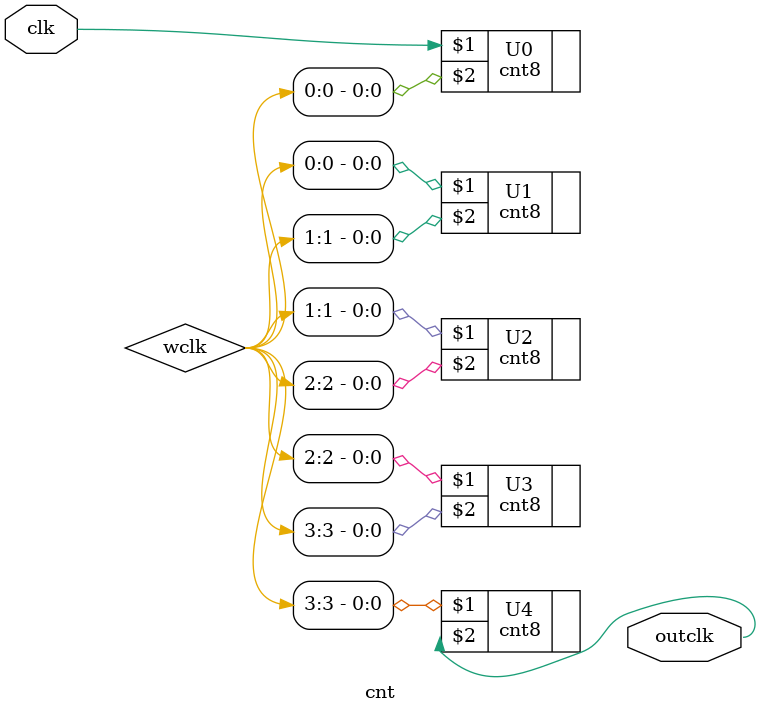
<source format=v>
module cnt (clk, outclk);

input clk;
output outclk;

wire [3:0] wclk;

cnt8 U0(clk, wclk[0]);
cnt8 U1(wclk[0], wclk[1]);
cnt8 U2(wclk[1], wclk[2]);
cnt8 U3(wclk[2], wclk[3]);
cnt8 U4(wclk[3], outclk);

endmodule
</source>
